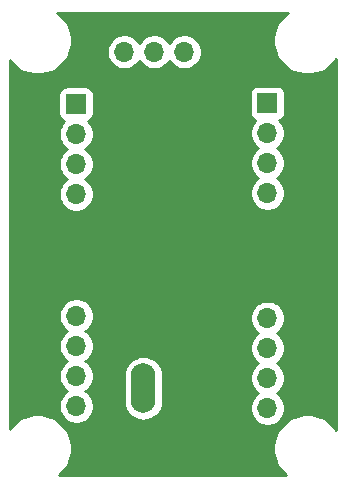
<source format=gtl>
G04 #@! TF.GenerationSoftware,KiCad,Pcbnew,(5.1.9)-1*
G04 #@! TF.CreationDate,2021-04-08T22:29:13+02:00*
G04 #@! TF.ProjectId,MotorPCBZonderLevelShifter,4d6f746f-7250-4434-925a-6f6e6465724c,rev?*
G04 #@! TF.SameCoordinates,Original*
G04 #@! TF.FileFunction,Copper,L1,Top*
G04 #@! TF.FilePolarity,Positive*
%FSLAX46Y46*%
G04 Gerber Fmt 4.6, Leading zero omitted, Abs format (unit mm)*
G04 Created by KiCad (PCBNEW (5.1.9)-1) date 2021-04-08 22:29:13*
%MOMM*%
%LPD*%
G01*
G04 APERTURE LIST*
G04 #@! TA.AperFunction,ComponentPad*
%ADD10R,1.700000X1.700000*%
G04 #@! TD*
G04 #@! TA.AperFunction,ComponentPad*
%ADD11O,1.700000X1.700000*%
G04 #@! TD*
G04 #@! TA.AperFunction,ComponentPad*
%ADD12O,2.098040X4.198620*%
G04 #@! TD*
G04 #@! TA.AperFunction,ViaPad*
%ADD13C,0.800000*%
G04 #@! TD*
G04 #@! TA.AperFunction,Conductor*
%ADD14C,1.016000*%
G04 #@! TD*
G04 #@! TA.AperFunction,Conductor*
%ADD15C,0.254000*%
G04 #@! TD*
G04 #@! TA.AperFunction,Conductor*
%ADD16C,0.100000*%
G04 #@! TD*
G04 APERTURE END LIST*
D10*
X132825001Y-86325001D03*
D11*
X132825001Y-88865001D03*
X132825001Y-91405001D03*
X132825001Y-93945001D03*
X132825001Y-96485001D03*
X132800000Y-81075000D03*
X132800000Y-78535000D03*
X132800000Y-75995000D03*
X132800000Y-73455000D03*
D10*
X132800000Y-70915000D03*
X149000000Y-70840000D03*
D11*
X149000000Y-73380000D03*
X149000000Y-75920000D03*
X149000000Y-78460000D03*
X149000000Y-81000000D03*
X149000000Y-96660000D03*
X149000000Y-94120000D03*
X149000000Y-91580000D03*
X149000000Y-89040000D03*
D10*
X149000000Y-86500000D03*
X144500000Y-66500000D03*
D11*
X141960000Y-66500000D03*
X139420000Y-66500000D03*
X136880000Y-66500000D03*
D12*
X138500640Y-95000000D03*
X143499360Y-95000000D03*
D13*
X144780000Y-71120000D03*
X140716000Y-81280000D03*
X140716000Y-86360000D03*
D14*
X132800000Y-86300000D02*
X132825001Y-86325001D01*
X148825001Y-86325001D02*
X149000000Y-86500000D01*
X140716000Y-75184000D02*
X144780000Y-71120000D01*
X140716000Y-81280000D02*
X140716000Y-75184000D01*
D15*
X150560920Y-63291074D02*
X150159074Y-63692920D01*
X149843346Y-64165440D01*
X149625869Y-64690477D01*
X149515000Y-65247852D01*
X149515000Y-65816148D01*
X149625869Y-66373523D01*
X149843346Y-66898560D01*
X150159074Y-67371080D01*
X150560920Y-67772926D01*
X151033440Y-68088654D01*
X151558477Y-68306131D01*
X152115852Y-68417000D01*
X152684148Y-68417000D01*
X153241523Y-68306131D01*
X153766560Y-68088654D01*
X154239080Y-67772926D01*
X154640926Y-67371080D01*
X154815000Y-67110560D01*
X154815001Y-98497441D01*
X154640926Y-98236920D01*
X154239080Y-97835074D01*
X153766560Y-97519346D01*
X153241523Y-97301869D01*
X152684148Y-97191000D01*
X152115852Y-97191000D01*
X151558477Y-97301869D01*
X151033440Y-97519346D01*
X150560920Y-97835074D01*
X150159074Y-98236920D01*
X149843346Y-98709440D01*
X149625869Y-99234477D01*
X149515000Y-99791852D01*
X149515000Y-100360148D01*
X149625869Y-100917523D01*
X149843346Y-101442560D01*
X150159074Y-101915080D01*
X150558994Y-102315000D01*
X131381006Y-102315000D01*
X131780926Y-101915080D01*
X132096654Y-101442560D01*
X132314131Y-100917523D01*
X132425000Y-100360148D01*
X132425000Y-99791852D01*
X132314131Y-99234477D01*
X132096654Y-98709440D01*
X131780926Y-98236920D01*
X131379080Y-97835074D01*
X130906560Y-97519346D01*
X130381523Y-97301869D01*
X129824148Y-97191000D01*
X129255852Y-97191000D01*
X128698477Y-97301869D01*
X128173440Y-97519346D01*
X127700920Y-97835074D01*
X127299074Y-98236920D01*
X127185000Y-98407644D01*
X127185000Y-88718741D01*
X131340001Y-88718741D01*
X131340001Y-89011261D01*
X131397069Y-89298159D01*
X131509011Y-89568412D01*
X131671526Y-89811633D01*
X131878369Y-90018476D01*
X132052761Y-90135001D01*
X131878369Y-90251526D01*
X131671526Y-90458369D01*
X131509011Y-90701590D01*
X131397069Y-90971843D01*
X131340001Y-91258741D01*
X131340001Y-91551261D01*
X131397069Y-91838159D01*
X131509011Y-92108412D01*
X131671526Y-92351633D01*
X131878369Y-92558476D01*
X132052761Y-92675001D01*
X131878369Y-92791526D01*
X131671526Y-92998369D01*
X131509011Y-93241590D01*
X131397069Y-93511843D01*
X131340001Y-93798741D01*
X131340001Y-94091261D01*
X131397069Y-94378159D01*
X131509011Y-94648412D01*
X131671526Y-94891633D01*
X131878369Y-95098476D01*
X132052761Y-95215001D01*
X131878369Y-95331526D01*
X131671526Y-95538369D01*
X131509011Y-95781590D01*
X131397069Y-96051843D01*
X131340001Y-96338741D01*
X131340001Y-96631261D01*
X131397069Y-96918159D01*
X131509011Y-97188412D01*
X131671526Y-97431633D01*
X131878369Y-97638476D01*
X132121590Y-97800991D01*
X132391843Y-97912933D01*
X132678741Y-97970001D01*
X132971261Y-97970001D01*
X133258159Y-97912933D01*
X133528412Y-97800991D01*
X133771633Y-97638476D01*
X133978476Y-97431633D01*
X134140991Y-97188412D01*
X134252933Y-96918159D01*
X134310001Y-96631261D01*
X134310001Y-96338741D01*
X134269080Y-96133016D01*
X136816620Y-96133016D01*
X136840987Y-96380415D01*
X136937281Y-96697854D01*
X137093654Y-96990407D01*
X137304097Y-97246833D01*
X137560522Y-97457276D01*
X137853075Y-97613649D01*
X138170514Y-97709943D01*
X138500640Y-97742458D01*
X138830765Y-97709943D01*
X139148204Y-97613649D01*
X139440757Y-97457276D01*
X139697183Y-97246833D01*
X139907626Y-96990408D01*
X140063999Y-96697855D01*
X140160293Y-96380416D01*
X140184660Y-96133017D01*
X140184660Y-93866983D01*
X140160293Y-93619584D01*
X140063999Y-93302145D01*
X139907626Y-93009592D01*
X139697183Y-92753167D01*
X139440758Y-92542724D01*
X139148205Y-92386351D01*
X138830766Y-92290057D01*
X138500640Y-92257542D01*
X138170515Y-92290057D01*
X137853076Y-92386351D01*
X137560523Y-92542724D01*
X137304098Y-92753167D01*
X137093655Y-93009592D01*
X136937282Y-93302145D01*
X136840988Y-93619584D01*
X136816621Y-93866983D01*
X136816620Y-96133016D01*
X134269080Y-96133016D01*
X134252933Y-96051843D01*
X134140991Y-95781590D01*
X133978476Y-95538369D01*
X133771633Y-95331526D01*
X133597241Y-95215001D01*
X133771633Y-95098476D01*
X133978476Y-94891633D01*
X134140991Y-94648412D01*
X134252933Y-94378159D01*
X134310001Y-94091261D01*
X134310001Y-93798741D01*
X134252933Y-93511843D01*
X134140991Y-93241590D01*
X133978476Y-92998369D01*
X133771633Y-92791526D01*
X133597241Y-92675001D01*
X133771633Y-92558476D01*
X133978476Y-92351633D01*
X134140991Y-92108412D01*
X134252933Y-91838159D01*
X134310001Y-91551261D01*
X134310001Y-91258741D01*
X134252933Y-90971843D01*
X134140991Y-90701590D01*
X133978476Y-90458369D01*
X133771633Y-90251526D01*
X133597241Y-90135001D01*
X133771633Y-90018476D01*
X133978476Y-89811633D01*
X134140991Y-89568412D01*
X134252933Y-89298159D01*
X134310001Y-89011261D01*
X134310001Y-88893740D01*
X147515000Y-88893740D01*
X147515000Y-89186260D01*
X147572068Y-89473158D01*
X147684010Y-89743411D01*
X147846525Y-89986632D01*
X148053368Y-90193475D01*
X148227760Y-90310000D01*
X148053368Y-90426525D01*
X147846525Y-90633368D01*
X147684010Y-90876589D01*
X147572068Y-91146842D01*
X147515000Y-91433740D01*
X147515000Y-91726260D01*
X147572068Y-92013158D01*
X147684010Y-92283411D01*
X147846525Y-92526632D01*
X148053368Y-92733475D01*
X148227760Y-92850000D01*
X148053368Y-92966525D01*
X147846525Y-93173368D01*
X147684010Y-93416589D01*
X147572068Y-93686842D01*
X147515000Y-93973740D01*
X147515000Y-94266260D01*
X147572068Y-94553158D01*
X147684010Y-94823411D01*
X147846525Y-95066632D01*
X148053368Y-95273475D01*
X148227760Y-95390000D01*
X148053368Y-95506525D01*
X147846525Y-95713368D01*
X147684010Y-95956589D01*
X147572068Y-96226842D01*
X147515000Y-96513740D01*
X147515000Y-96806260D01*
X147572068Y-97093158D01*
X147684010Y-97363411D01*
X147846525Y-97606632D01*
X148053368Y-97813475D01*
X148296589Y-97975990D01*
X148566842Y-98087932D01*
X148853740Y-98145000D01*
X149146260Y-98145000D01*
X149433158Y-98087932D01*
X149703411Y-97975990D01*
X149946632Y-97813475D01*
X150153475Y-97606632D01*
X150315990Y-97363411D01*
X150427932Y-97093158D01*
X150485000Y-96806260D01*
X150485000Y-96513740D01*
X150427932Y-96226842D01*
X150315990Y-95956589D01*
X150153475Y-95713368D01*
X149946632Y-95506525D01*
X149772240Y-95390000D01*
X149946632Y-95273475D01*
X150153475Y-95066632D01*
X150315990Y-94823411D01*
X150427932Y-94553158D01*
X150485000Y-94266260D01*
X150485000Y-93973740D01*
X150427932Y-93686842D01*
X150315990Y-93416589D01*
X150153475Y-93173368D01*
X149946632Y-92966525D01*
X149772240Y-92850000D01*
X149946632Y-92733475D01*
X150153475Y-92526632D01*
X150315990Y-92283411D01*
X150427932Y-92013158D01*
X150485000Y-91726260D01*
X150485000Y-91433740D01*
X150427932Y-91146842D01*
X150315990Y-90876589D01*
X150153475Y-90633368D01*
X149946632Y-90426525D01*
X149772240Y-90310000D01*
X149946632Y-90193475D01*
X150153475Y-89986632D01*
X150315990Y-89743411D01*
X150427932Y-89473158D01*
X150485000Y-89186260D01*
X150485000Y-88893740D01*
X150427932Y-88606842D01*
X150315990Y-88336589D01*
X150153475Y-88093368D01*
X149946632Y-87886525D01*
X149703411Y-87724010D01*
X149433158Y-87612068D01*
X149146260Y-87555000D01*
X148853740Y-87555000D01*
X148566842Y-87612068D01*
X148296589Y-87724010D01*
X148053368Y-87886525D01*
X147846525Y-88093368D01*
X147684010Y-88336589D01*
X147572068Y-88606842D01*
X147515000Y-88893740D01*
X134310001Y-88893740D01*
X134310001Y-88718741D01*
X134252933Y-88431843D01*
X134140991Y-88161590D01*
X133978476Y-87918369D01*
X133771633Y-87711526D01*
X133528412Y-87549011D01*
X133258159Y-87437069D01*
X132971261Y-87380001D01*
X132678741Y-87380001D01*
X132391843Y-87437069D01*
X132121590Y-87549011D01*
X131878369Y-87711526D01*
X131671526Y-87918369D01*
X131509011Y-88161590D01*
X131397069Y-88431843D01*
X131340001Y-88718741D01*
X127185000Y-88718741D01*
X127185000Y-70065000D01*
X131311928Y-70065000D01*
X131311928Y-71765000D01*
X131324188Y-71889482D01*
X131360498Y-72009180D01*
X131419463Y-72119494D01*
X131498815Y-72216185D01*
X131595506Y-72295537D01*
X131705820Y-72354502D01*
X131778380Y-72376513D01*
X131646525Y-72508368D01*
X131484010Y-72751589D01*
X131372068Y-73021842D01*
X131315000Y-73308740D01*
X131315000Y-73601260D01*
X131372068Y-73888158D01*
X131484010Y-74158411D01*
X131646525Y-74401632D01*
X131853368Y-74608475D01*
X132027760Y-74725000D01*
X131853368Y-74841525D01*
X131646525Y-75048368D01*
X131484010Y-75291589D01*
X131372068Y-75561842D01*
X131315000Y-75848740D01*
X131315000Y-76141260D01*
X131372068Y-76428158D01*
X131484010Y-76698411D01*
X131646525Y-76941632D01*
X131853368Y-77148475D01*
X132027760Y-77265000D01*
X131853368Y-77381525D01*
X131646525Y-77588368D01*
X131484010Y-77831589D01*
X131372068Y-78101842D01*
X131315000Y-78388740D01*
X131315000Y-78681260D01*
X131372068Y-78968158D01*
X131484010Y-79238411D01*
X131646525Y-79481632D01*
X131853368Y-79688475D01*
X132096589Y-79850990D01*
X132366842Y-79962932D01*
X132653740Y-80020000D01*
X132946260Y-80020000D01*
X133233158Y-79962932D01*
X133503411Y-79850990D01*
X133746632Y-79688475D01*
X133953475Y-79481632D01*
X134115990Y-79238411D01*
X134227932Y-78968158D01*
X134285000Y-78681260D01*
X134285000Y-78388740D01*
X134227932Y-78101842D01*
X134115990Y-77831589D01*
X133953475Y-77588368D01*
X133746632Y-77381525D01*
X133572240Y-77265000D01*
X133746632Y-77148475D01*
X133953475Y-76941632D01*
X134115990Y-76698411D01*
X134227932Y-76428158D01*
X134285000Y-76141260D01*
X134285000Y-75848740D01*
X134227932Y-75561842D01*
X134115990Y-75291589D01*
X133953475Y-75048368D01*
X133746632Y-74841525D01*
X133572240Y-74725000D01*
X133746632Y-74608475D01*
X133953475Y-74401632D01*
X134115990Y-74158411D01*
X134227932Y-73888158D01*
X134285000Y-73601260D01*
X134285000Y-73308740D01*
X134227932Y-73021842D01*
X134115990Y-72751589D01*
X133953475Y-72508368D01*
X133821620Y-72376513D01*
X133894180Y-72354502D01*
X134004494Y-72295537D01*
X134101185Y-72216185D01*
X134180537Y-72119494D01*
X134239502Y-72009180D01*
X134275812Y-71889482D01*
X134288072Y-71765000D01*
X134288072Y-70065000D01*
X134280686Y-69990000D01*
X147511928Y-69990000D01*
X147511928Y-71690000D01*
X147524188Y-71814482D01*
X147560498Y-71934180D01*
X147619463Y-72044494D01*
X147698815Y-72141185D01*
X147795506Y-72220537D01*
X147905820Y-72279502D01*
X147978380Y-72301513D01*
X147846525Y-72433368D01*
X147684010Y-72676589D01*
X147572068Y-72946842D01*
X147515000Y-73233740D01*
X147515000Y-73526260D01*
X147572068Y-73813158D01*
X147684010Y-74083411D01*
X147846525Y-74326632D01*
X148053368Y-74533475D01*
X148227760Y-74650000D01*
X148053368Y-74766525D01*
X147846525Y-74973368D01*
X147684010Y-75216589D01*
X147572068Y-75486842D01*
X147515000Y-75773740D01*
X147515000Y-76066260D01*
X147572068Y-76353158D01*
X147684010Y-76623411D01*
X147846525Y-76866632D01*
X148053368Y-77073475D01*
X148227760Y-77190000D01*
X148053368Y-77306525D01*
X147846525Y-77513368D01*
X147684010Y-77756589D01*
X147572068Y-78026842D01*
X147515000Y-78313740D01*
X147515000Y-78606260D01*
X147572068Y-78893158D01*
X147684010Y-79163411D01*
X147846525Y-79406632D01*
X148053368Y-79613475D01*
X148296589Y-79775990D01*
X148566842Y-79887932D01*
X148853740Y-79945000D01*
X149146260Y-79945000D01*
X149433158Y-79887932D01*
X149703411Y-79775990D01*
X149946632Y-79613475D01*
X150153475Y-79406632D01*
X150315990Y-79163411D01*
X150427932Y-78893158D01*
X150485000Y-78606260D01*
X150485000Y-78313740D01*
X150427932Y-78026842D01*
X150315990Y-77756589D01*
X150153475Y-77513368D01*
X149946632Y-77306525D01*
X149772240Y-77190000D01*
X149946632Y-77073475D01*
X150153475Y-76866632D01*
X150315990Y-76623411D01*
X150427932Y-76353158D01*
X150485000Y-76066260D01*
X150485000Y-75773740D01*
X150427932Y-75486842D01*
X150315990Y-75216589D01*
X150153475Y-74973368D01*
X149946632Y-74766525D01*
X149772240Y-74650000D01*
X149946632Y-74533475D01*
X150153475Y-74326632D01*
X150315990Y-74083411D01*
X150427932Y-73813158D01*
X150485000Y-73526260D01*
X150485000Y-73233740D01*
X150427932Y-72946842D01*
X150315990Y-72676589D01*
X150153475Y-72433368D01*
X150021620Y-72301513D01*
X150094180Y-72279502D01*
X150204494Y-72220537D01*
X150301185Y-72141185D01*
X150380537Y-72044494D01*
X150439502Y-71934180D01*
X150475812Y-71814482D01*
X150488072Y-71690000D01*
X150488072Y-69990000D01*
X150475812Y-69865518D01*
X150439502Y-69745820D01*
X150380537Y-69635506D01*
X150301185Y-69538815D01*
X150204494Y-69459463D01*
X150094180Y-69400498D01*
X149974482Y-69364188D01*
X149850000Y-69351928D01*
X148150000Y-69351928D01*
X148025518Y-69364188D01*
X147905820Y-69400498D01*
X147795506Y-69459463D01*
X147698815Y-69538815D01*
X147619463Y-69635506D01*
X147560498Y-69745820D01*
X147524188Y-69865518D01*
X147511928Y-69990000D01*
X134280686Y-69990000D01*
X134275812Y-69940518D01*
X134239502Y-69820820D01*
X134180537Y-69710506D01*
X134101185Y-69613815D01*
X134004494Y-69534463D01*
X133894180Y-69475498D01*
X133774482Y-69439188D01*
X133650000Y-69426928D01*
X131950000Y-69426928D01*
X131825518Y-69439188D01*
X131705820Y-69475498D01*
X131595506Y-69534463D01*
X131498815Y-69613815D01*
X131419463Y-69710506D01*
X131360498Y-69820820D01*
X131324188Y-69940518D01*
X131311928Y-70065000D01*
X127185000Y-70065000D01*
X127185000Y-67200356D01*
X127299074Y-67371080D01*
X127700920Y-67772926D01*
X128173440Y-68088654D01*
X128698477Y-68306131D01*
X129255852Y-68417000D01*
X129824148Y-68417000D01*
X130381523Y-68306131D01*
X130906560Y-68088654D01*
X131379080Y-67772926D01*
X131780926Y-67371080D01*
X132096654Y-66898560D01*
X132314131Y-66373523D01*
X132318066Y-66353740D01*
X135395000Y-66353740D01*
X135395000Y-66646260D01*
X135452068Y-66933158D01*
X135564010Y-67203411D01*
X135726525Y-67446632D01*
X135933368Y-67653475D01*
X136176589Y-67815990D01*
X136446842Y-67927932D01*
X136733740Y-67985000D01*
X137026260Y-67985000D01*
X137313158Y-67927932D01*
X137583411Y-67815990D01*
X137826632Y-67653475D01*
X138033475Y-67446632D01*
X138150000Y-67272240D01*
X138266525Y-67446632D01*
X138473368Y-67653475D01*
X138716589Y-67815990D01*
X138986842Y-67927932D01*
X139273740Y-67985000D01*
X139566260Y-67985000D01*
X139853158Y-67927932D01*
X140123411Y-67815990D01*
X140366632Y-67653475D01*
X140573475Y-67446632D01*
X140690000Y-67272240D01*
X140806525Y-67446632D01*
X141013368Y-67653475D01*
X141256589Y-67815990D01*
X141526842Y-67927932D01*
X141813740Y-67985000D01*
X142106260Y-67985000D01*
X142393158Y-67927932D01*
X142663411Y-67815990D01*
X142906632Y-67653475D01*
X143113475Y-67446632D01*
X143275990Y-67203411D01*
X143387932Y-66933158D01*
X143445000Y-66646260D01*
X143445000Y-66353740D01*
X143387932Y-66066842D01*
X143275990Y-65796589D01*
X143113475Y-65553368D01*
X142906632Y-65346525D01*
X142663411Y-65184010D01*
X142393158Y-65072068D01*
X142106260Y-65015000D01*
X141813740Y-65015000D01*
X141526842Y-65072068D01*
X141256589Y-65184010D01*
X141013368Y-65346525D01*
X140806525Y-65553368D01*
X140690000Y-65727760D01*
X140573475Y-65553368D01*
X140366632Y-65346525D01*
X140123411Y-65184010D01*
X139853158Y-65072068D01*
X139566260Y-65015000D01*
X139273740Y-65015000D01*
X138986842Y-65072068D01*
X138716589Y-65184010D01*
X138473368Y-65346525D01*
X138266525Y-65553368D01*
X138150000Y-65727760D01*
X138033475Y-65553368D01*
X137826632Y-65346525D01*
X137583411Y-65184010D01*
X137313158Y-65072068D01*
X137026260Y-65015000D01*
X136733740Y-65015000D01*
X136446842Y-65072068D01*
X136176589Y-65184010D01*
X135933368Y-65346525D01*
X135726525Y-65553368D01*
X135564010Y-65796589D01*
X135452068Y-66066842D01*
X135395000Y-66353740D01*
X132318066Y-66353740D01*
X132425000Y-65816148D01*
X132425000Y-65247852D01*
X132314131Y-64690477D01*
X132096654Y-64165440D01*
X131780926Y-63692920D01*
X131379080Y-63291074D01*
X131220329Y-63185000D01*
X150719671Y-63185000D01*
X150560920Y-63291074D01*
G04 #@! TA.AperFunction,Conductor*
D16*
G36*
X150560920Y-63291074D02*
G01*
X150159074Y-63692920D01*
X149843346Y-64165440D01*
X149625869Y-64690477D01*
X149515000Y-65247852D01*
X149515000Y-65816148D01*
X149625869Y-66373523D01*
X149843346Y-66898560D01*
X150159074Y-67371080D01*
X150560920Y-67772926D01*
X151033440Y-68088654D01*
X151558477Y-68306131D01*
X152115852Y-68417000D01*
X152684148Y-68417000D01*
X153241523Y-68306131D01*
X153766560Y-68088654D01*
X154239080Y-67772926D01*
X154640926Y-67371080D01*
X154815000Y-67110560D01*
X154815001Y-98497441D01*
X154640926Y-98236920D01*
X154239080Y-97835074D01*
X153766560Y-97519346D01*
X153241523Y-97301869D01*
X152684148Y-97191000D01*
X152115852Y-97191000D01*
X151558477Y-97301869D01*
X151033440Y-97519346D01*
X150560920Y-97835074D01*
X150159074Y-98236920D01*
X149843346Y-98709440D01*
X149625869Y-99234477D01*
X149515000Y-99791852D01*
X149515000Y-100360148D01*
X149625869Y-100917523D01*
X149843346Y-101442560D01*
X150159074Y-101915080D01*
X150558994Y-102315000D01*
X131381006Y-102315000D01*
X131780926Y-101915080D01*
X132096654Y-101442560D01*
X132314131Y-100917523D01*
X132425000Y-100360148D01*
X132425000Y-99791852D01*
X132314131Y-99234477D01*
X132096654Y-98709440D01*
X131780926Y-98236920D01*
X131379080Y-97835074D01*
X130906560Y-97519346D01*
X130381523Y-97301869D01*
X129824148Y-97191000D01*
X129255852Y-97191000D01*
X128698477Y-97301869D01*
X128173440Y-97519346D01*
X127700920Y-97835074D01*
X127299074Y-98236920D01*
X127185000Y-98407644D01*
X127185000Y-88718741D01*
X131340001Y-88718741D01*
X131340001Y-89011261D01*
X131397069Y-89298159D01*
X131509011Y-89568412D01*
X131671526Y-89811633D01*
X131878369Y-90018476D01*
X132052761Y-90135001D01*
X131878369Y-90251526D01*
X131671526Y-90458369D01*
X131509011Y-90701590D01*
X131397069Y-90971843D01*
X131340001Y-91258741D01*
X131340001Y-91551261D01*
X131397069Y-91838159D01*
X131509011Y-92108412D01*
X131671526Y-92351633D01*
X131878369Y-92558476D01*
X132052761Y-92675001D01*
X131878369Y-92791526D01*
X131671526Y-92998369D01*
X131509011Y-93241590D01*
X131397069Y-93511843D01*
X131340001Y-93798741D01*
X131340001Y-94091261D01*
X131397069Y-94378159D01*
X131509011Y-94648412D01*
X131671526Y-94891633D01*
X131878369Y-95098476D01*
X132052761Y-95215001D01*
X131878369Y-95331526D01*
X131671526Y-95538369D01*
X131509011Y-95781590D01*
X131397069Y-96051843D01*
X131340001Y-96338741D01*
X131340001Y-96631261D01*
X131397069Y-96918159D01*
X131509011Y-97188412D01*
X131671526Y-97431633D01*
X131878369Y-97638476D01*
X132121590Y-97800991D01*
X132391843Y-97912933D01*
X132678741Y-97970001D01*
X132971261Y-97970001D01*
X133258159Y-97912933D01*
X133528412Y-97800991D01*
X133771633Y-97638476D01*
X133978476Y-97431633D01*
X134140991Y-97188412D01*
X134252933Y-96918159D01*
X134310001Y-96631261D01*
X134310001Y-96338741D01*
X134269080Y-96133016D01*
X136816620Y-96133016D01*
X136840987Y-96380415D01*
X136937281Y-96697854D01*
X137093654Y-96990407D01*
X137304097Y-97246833D01*
X137560522Y-97457276D01*
X137853075Y-97613649D01*
X138170514Y-97709943D01*
X138500640Y-97742458D01*
X138830765Y-97709943D01*
X139148204Y-97613649D01*
X139440757Y-97457276D01*
X139697183Y-97246833D01*
X139907626Y-96990408D01*
X140063999Y-96697855D01*
X140160293Y-96380416D01*
X140184660Y-96133017D01*
X140184660Y-93866983D01*
X140160293Y-93619584D01*
X140063999Y-93302145D01*
X139907626Y-93009592D01*
X139697183Y-92753167D01*
X139440758Y-92542724D01*
X139148205Y-92386351D01*
X138830766Y-92290057D01*
X138500640Y-92257542D01*
X138170515Y-92290057D01*
X137853076Y-92386351D01*
X137560523Y-92542724D01*
X137304098Y-92753167D01*
X137093655Y-93009592D01*
X136937282Y-93302145D01*
X136840988Y-93619584D01*
X136816621Y-93866983D01*
X136816620Y-96133016D01*
X134269080Y-96133016D01*
X134252933Y-96051843D01*
X134140991Y-95781590D01*
X133978476Y-95538369D01*
X133771633Y-95331526D01*
X133597241Y-95215001D01*
X133771633Y-95098476D01*
X133978476Y-94891633D01*
X134140991Y-94648412D01*
X134252933Y-94378159D01*
X134310001Y-94091261D01*
X134310001Y-93798741D01*
X134252933Y-93511843D01*
X134140991Y-93241590D01*
X133978476Y-92998369D01*
X133771633Y-92791526D01*
X133597241Y-92675001D01*
X133771633Y-92558476D01*
X133978476Y-92351633D01*
X134140991Y-92108412D01*
X134252933Y-91838159D01*
X134310001Y-91551261D01*
X134310001Y-91258741D01*
X134252933Y-90971843D01*
X134140991Y-90701590D01*
X133978476Y-90458369D01*
X133771633Y-90251526D01*
X133597241Y-90135001D01*
X133771633Y-90018476D01*
X133978476Y-89811633D01*
X134140991Y-89568412D01*
X134252933Y-89298159D01*
X134310001Y-89011261D01*
X134310001Y-88893740D01*
X147515000Y-88893740D01*
X147515000Y-89186260D01*
X147572068Y-89473158D01*
X147684010Y-89743411D01*
X147846525Y-89986632D01*
X148053368Y-90193475D01*
X148227760Y-90310000D01*
X148053368Y-90426525D01*
X147846525Y-90633368D01*
X147684010Y-90876589D01*
X147572068Y-91146842D01*
X147515000Y-91433740D01*
X147515000Y-91726260D01*
X147572068Y-92013158D01*
X147684010Y-92283411D01*
X147846525Y-92526632D01*
X148053368Y-92733475D01*
X148227760Y-92850000D01*
X148053368Y-92966525D01*
X147846525Y-93173368D01*
X147684010Y-93416589D01*
X147572068Y-93686842D01*
X147515000Y-93973740D01*
X147515000Y-94266260D01*
X147572068Y-94553158D01*
X147684010Y-94823411D01*
X147846525Y-95066632D01*
X148053368Y-95273475D01*
X148227760Y-95390000D01*
X148053368Y-95506525D01*
X147846525Y-95713368D01*
X147684010Y-95956589D01*
X147572068Y-96226842D01*
X147515000Y-96513740D01*
X147515000Y-96806260D01*
X147572068Y-97093158D01*
X147684010Y-97363411D01*
X147846525Y-97606632D01*
X148053368Y-97813475D01*
X148296589Y-97975990D01*
X148566842Y-98087932D01*
X148853740Y-98145000D01*
X149146260Y-98145000D01*
X149433158Y-98087932D01*
X149703411Y-97975990D01*
X149946632Y-97813475D01*
X150153475Y-97606632D01*
X150315990Y-97363411D01*
X150427932Y-97093158D01*
X150485000Y-96806260D01*
X150485000Y-96513740D01*
X150427932Y-96226842D01*
X150315990Y-95956589D01*
X150153475Y-95713368D01*
X149946632Y-95506525D01*
X149772240Y-95390000D01*
X149946632Y-95273475D01*
X150153475Y-95066632D01*
X150315990Y-94823411D01*
X150427932Y-94553158D01*
X150485000Y-94266260D01*
X150485000Y-93973740D01*
X150427932Y-93686842D01*
X150315990Y-93416589D01*
X150153475Y-93173368D01*
X149946632Y-92966525D01*
X149772240Y-92850000D01*
X149946632Y-92733475D01*
X150153475Y-92526632D01*
X150315990Y-92283411D01*
X150427932Y-92013158D01*
X150485000Y-91726260D01*
X150485000Y-91433740D01*
X150427932Y-91146842D01*
X150315990Y-90876589D01*
X150153475Y-90633368D01*
X149946632Y-90426525D01*
X149772240Y-90310000D01*
X149946632Y-90193475D01*
X150153475Y-89986632D01*
X150315990Y-89743411D01*
X150427932Y-89473158D01*
X150485000Y-89186260D01*
X150485000Y-88893740D01*
X150427932Y-88606842D01*
X150315990Y-88336589D01*
X150153475Y-88093368D01*
X149946632Y-87886525D01*
X149703411Y-87724010D01*
X149433158Y-87612068D01*
X149146260Y-87555000D01*
X148853740Y-87555000D01*
X148566842Y-87612068D01*
X148296589Y-87724010D01*
X148053368Y-87886525D01*
X147846525Y-88093368D01*
X147684010Y-88336589D01*
X147572068Y-88606842D01*
X147515000Y-88893740D01*
X134310001Y-88893740D01*
X134310001Y-88718741D01*
X134252933Y-88431843D01*
X134140991Y-88161590D01*
X133978476Y-87918369D01*
X133771633Y-87711526D01*
X133528412Y-87549011D01*
X133258159Y-87437069D01*
X132971261Y-87380001D01*
X132678741Y-87380001D01*
X132391843Y-87437069D01*
X132121590Y-87549011D01*
X131878369Y-87711526D01*
X131671526Y-87918369D01*
X131509011Y-88161590D01*
X131397069Y-88431843D01*
X131340001Y-88718741D01*
X127185000Y-88718741D01*
X127185000Y-70065000D01*
X131311928Y-70065000D01*
X131311928Y-71765000D01*
X131324188Y-71889482D01*
X131360498Y-72009180D01*
X131419463Y-72119494D01*
X131498815Y-72216185D01*
X131595506Y-72295537D01*
X131705820Y-72354502D01*
X131778380Y-72376513D01*
X131646525Y-72508368D01*
X131484010Y-72751589D01*
X131372068Y-73021842D01*
X131315000Y-73308740D01*
X131315000Y-73601260D01*
X131372068Y-73888158D01*
X131484010Y-74158411D01*
X131646525Y-74401632D01*
X131853368Y-74608475D01*
X132027760Y-74725000D01*
X131853368Y-74841525D01*
X131646525Y-75048368D01*
X131484010Y-75291589D01*
X131372068Y-75561842D01*
X131315000Y-75848740D01*
X131315000Y-76141260D01*
X131372068Y-76428158D01*
X131484010Y-76698411D01*
X131646525Y-76941632D01*
X131853368Y-77148475D01*
X132027760Y-77265000D01*
X131853368Y-77381525D01*
X131646525Y-77588368D01*
X131484010Y-77831589D01*
X131372068Y-78101842D01*
X131315000Y-78388740D01*
X131315000Y-78681260D01*
X131372068Y-78968158D01*
X131484010Y-79238411D01*
X131646525Y-79481632D01*
X131853368Y-79688475D01*
X132096589Y-79850990D01*
X132366842Y-79962932D01*
X132653740Y-80020000D01*
X132946260Y-80020000D01*
X133233158Y-79962932D01*
X133503411Y-79850990D01*
X133746632Y-79688475D01*
X133953475Y-79481632D01*
X134115990Y-79238411D01*
X134227932Y-78968158D01*
X134285000Y-78681260D01*
X134285000Y-78388740D01*
X134227932Y-78101842D01*
X134115990Y-77831589D01*
X133953475Y-77588368D01*
X133746632Y-77381525D01*
X133572240Y-77265000D01*
X133746632Y-77148475D01*
X133953475Y-76941632D01*
X134115990Y-76698411D01*
X134227932Y-76428158D01*
X134285000Y-76141260D01*
X134285000Y-75848740D01*
X134227932Y-75561842D01*
X134115990Y-75291589D01*
X133953475Y-75048368D01*
X133746632Y-74841525D01*
X133572240Y-74725000D01*
X133746632Y-74608475D01*
X133953475Y-74401632D01*
X134115990Y-74158411D01*
X134227932Y-73888158D01*
X134285000Y-73601260D01*
X134285000Y-73308740D01*
X134227932Y-73021842D01*
X134115990Y-72751589D01*
X133953475Y-72508368D01*
X133821620Y-72376513D01*
X133894180Y-72354502D01*
X134004494Y-72295537D01*
X134101185Y-72216185D01*
X134180537Y-72119494D01*
X134239502Y-72009180D01*
X134275812Y-71889482D01*
X134288072Y-71765000D01*
X134288072Y-70065000D01*
X134280686Y-69990000D01*
X147511928Y-69990000D01*
X147511928Y-71690000D01*
X147524188Y-71814482D01*
X147560498Y-71934180D01*
X147619463Y-72044494D01*
X147698815Y-72141185D01*
X147795506Y-72220537D01*
X147905820Y-72279502D01*
X147978380Y-72301513D01*
X147846525Y-72433368D01*
X147684010Y-72676589D01*
X147572068Y-72946842D01*
X147515000Y-73233740D01*
X147515000Y-73526260D01*
X147572068Y-73813158D01*
X147684010Y-74083411D01*
X147846525Y-74326632D01*
X148053368Y-74533475D01*
X148227760Y-74650000D01*
X148053368Y-74766525D01*
X147846525Y-74973368D01*
X147684010Y-75216589D01*
X147572068Y-75486842D01*
X147515000Y-75773740D01*
X147515000Y-76066260D01*
X147572068Y-76353158D01*
X147684010Y-76623411D01*
X147846525Y-76866632D01*
X148053368Y-77073475D01*
X148227760Y-77190000D01*
X148053368Y-77306525D01*
X147846525Y-77513368D01*
X147684010Y-77756589D01*
X147572068Y-78026842D01*
X147515000Y-78313740D01*
X147515000Y-78606260D01*
X147572068Y-78893158D01*
X147684010Y-79163411D01*
X147846525Y-79406632D01*
X148053368Y-79613475D01*
X148296589Y-79775990D01*
X148566842Y-79887932D01*
X148853740Y-79945000D01*
X149146260Y-79945000D01*
X149433158Y-79887932D01*
X149703411Y-79775990D01*
X149946632Y-79613475D01*
X150153475Y-79406632D01*
X150315990Y-79163411D01*
X150427932Y-78893158D01*
X150485000Y-78606260D01*
X150485000Y-78313740D01*
X150427932Y-78026842D01*
X150315990Y-77756589D01*
X150153475Y-77513368D01*
X149946632Y-77306525D01*
X149772240Y-77190000D01*
X149946632Y-77073475D01*
X150153475Y-76866632D01*
X150315990Y-76623411D01*
X150427932Y-76353158D01*
X150485000Y-76066260D01*
X150485000Y-75773740D01*
X150427932Y-75486842D01*
X150315990Y-75216589D01*
X150153475Y-74973368D01*
X149946632Y-74766525D01*
X149772240Y-74650000D01*
X149946632Y-74533475D01*
X150153475Y-74326632D01*
X150315990Y-74083411D01*
X150427932Y-73813158D01*
X150485000Y-73526260D01*
X150485000Y-73233740D01*
X150427932Y-72946842D01*
X150315990Y-72676589D01*
X150153475Y-72433368D01*
X150021620Y-72301513D01*
X150094180Y-72279502D01*
X150204494Y-72220537D01*
X150301185Y-72141185D01*
X150380537Y-72044494D01*
X150439502Y-71934180D01*
X150475812Y-71814482D01*
X150488072Y-71690000D01*
X150488072Y-69990000D01*
X150475812Y-69865518D01*
X150439502Y-69745820D01*
X150380537Y-69635506D01*
X150301185Y-69538815D01*
X150204494Y-69459463D01*
X150094180Y-69400498D01*
X149974482Y-69364188D01*
X149850000Y-69351928D01*
X148150000Y-69351928D01*
X148025518Y-69364188D01*
X147905820Y-69400498D01*
X147795506Y-69459463D01*
X147698815Y-69538815D01*
X147619463Y-69635506D01*
X147560498Y-69745820D01*
X147524188Y-69865518D01*
X147511928Y-69990000D01*
X134280686Y-69990000D01*
X134275812Y-69940518D01*
X134239502Y-69820820D01*
X134180537Y-69710506D01*
X134101185Y-69613815D01*
X134004494Y-69534463D01*
X133894180Y-69475498D01*
X133774482Y-69439188D01*
X133650000Y-69426928D01*
X131950000Y-69426928D01*
X131825518Y-69439188D01*
X131705820Y-69475498D01*
X131595506Y-69534463D01*
X131498815Y-69613815D01*
X131419463Y-69710506D01*
X131360498Y-69820820D01*
X131324188Y-69940518D01*
X131311928Y-70065000D01*
X127185000Y-70065000D01*
X127185000Y-67200356D01*
X127299074Y-67371080D01*
X127700920Y-67772926D01*
X128173440Y-68088654D01*
X128698477Y-68306131D01*
X129255852Y-68417000D01*
X129824148Y-68417000D01*
X130381523Y-68306131D01*
X130906560Y-68088654D01*
X131379080Y-67772926D01*
X131780926Y-67371080D01*
X132096654Y-66898560D01*
X132314131Y-66373523D01*
X132318066Y-66353740D01*
X135395000Y-66353740D01*
X135395000Y-66646260D01*
X135452068Y-66933158D01*
X135564010Y-67203411D01*
X135726525Y-67446632D01*
X135933368Y-67653475D01*
X136176589Y-67815990D01*
X136446842Y-67927932D01*
X136733740Y-67985000D01*
X137026260Y-67985000D01*
X137313158Y-67927932D01*
X137583411Y-67815990D01*
X137826632Y-67653475D01*
X138033475Y-67446632D01*
X138150000Y-67272240D01*
X138266525Y-67446632D01*
X138473368Y-67653475D01*
X138716589Y-67815990D01*
X138986842Y-67927932D01*
X139273740Y-67985000D01*
X139566260Y-67985000D01*
X139853158Y-67927932D01*
X140123411Y-67815990D01*
X140366632Y-67653475D01*
X140573475Y-67446632D01*
X140690000Y-67272240D01*
X140806525Y-67446632D01*
X141013368Y-67653475D01*
X141256589Y-67815990D01*
X141526842Y-67927932D01*
X141813740Y-67985000D01*
X142106260Y-67985000D01*
X142393158Y-67927932D01*
X142663411Y-67815990D01*
X142906632Y-67653475D01*
X143113475Y-67446632D01*
X143275990Y-67203411D01*
X143387932Y-66933158D01*
X143445000Y-66646260D01*
X143445000Y-66353740D01*
X143387932Y-66066842D01*
X143275990Y-65796589D01*
X143113475Y-65553368D01*
X142906632Y-65346525D01*
X142663411Y-65184010D01*
X142393158Y-65072068D01*
X142106260Y-65015000D01*
X141813740Y-65015000D01*
X141526842Y-65072068D01*
X141256589Y-65184010D01*
X141013368Y-65346525D01*
X140806525Y-65553368D01*
X140690000Y-65727760D01*
X140573475Y-65553368D01*
X140366632Y-65346525D01*
X140123411Y-65184010D01*
X139853158Y-65072068D01*
X139566260Y-65015000D01*
X139273740Y-65015000D01*
X138986842Y-65072068D01*
X138716589Y-65184010D01*
X138473368Y-65346525D01*
X138266525Y-65553368D01*
X138150000Y-65727760D01*
X138033475Y-65553368D01*
X137826632Y-65346525D01*
X137583411Y-65184010D01*
X137313158Y-65072068D01*
X137026260Y-65015000D01*
X136733740Y-65015000D01*
X136446842Y-65072068D01*
X136176589Y-65184010D01*
X135933368Y-65346525D01*
X135726525Y-65553368D01*
X135564010Y-65796589D01*
X135452068Y-66066842D01*
X135395000Y-66353740D01*
X132318066Y-66353740D01*
X132425000Y-65816148D01*
X132425000Y-65247852D01*
X132314131Y-64690477D01*
X132096654Y-64165440D01*
X131780926Y-63692920D01*
X131379080Y-63291074D01*
X131220329Y-63185000D01*
X150719671Y-63185000D01*
X150560920Y-63291074D01*
G37*
G04 #@! TD.AperFunction*
M02*

</source>
